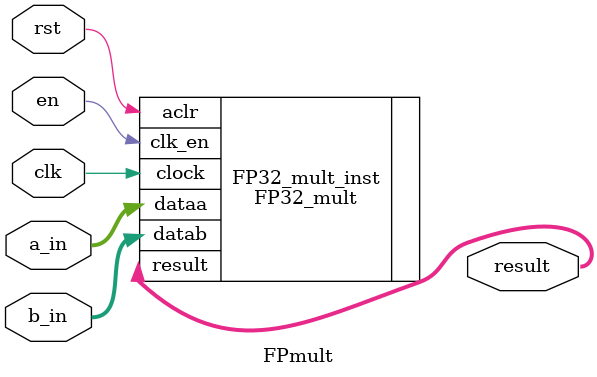
<source format=sv>
module FPmult (
	input 			rst,
	input 			en,
	input 			clk,
	input	[31:0] 	a_in,
	input	[31:0] 	b_in,
	output	[31:0] 	result
);

FP32_mult	FP32_mult_inst (
	.aclr 	( rst ),
	.clk_en ( en ),
	.clock 	( clk ),
	.dataa 	( a_in ),
	.datab 	( b_in ),
	.result ( result )
	);

endmodule

</source>
